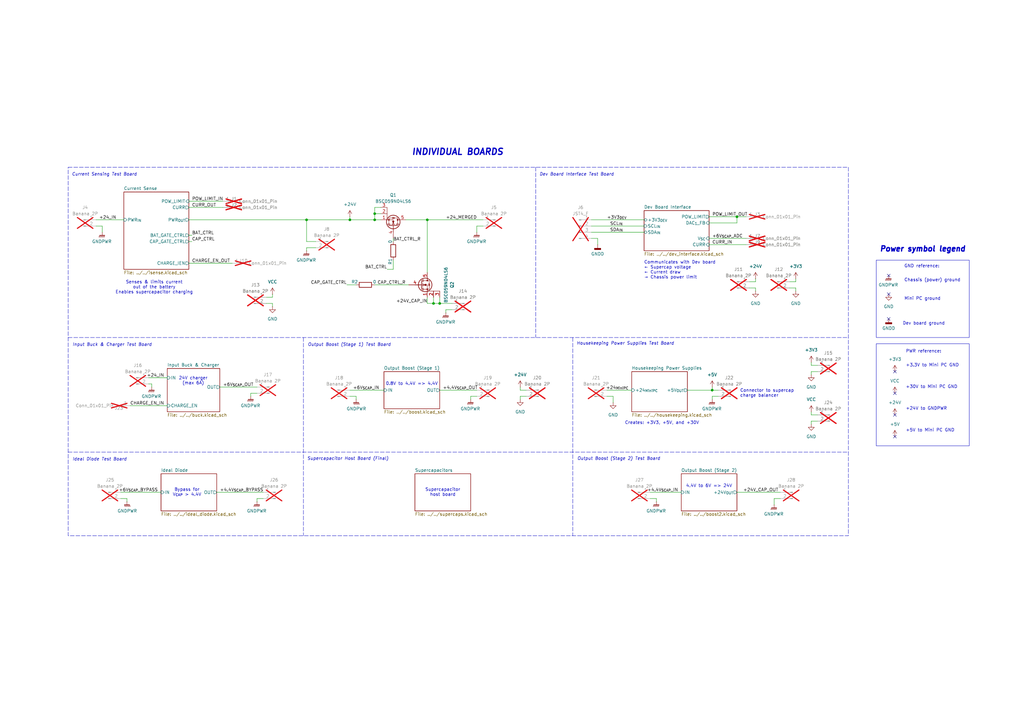
<source format=kicad_sch>
(kicad_sch (version 20250114) (generator "eeschema") (generator_version "9.0")
  (paper "A3")
  (title_block (title "Supercapacitor Test Boards") (date "2025-05-23") (rev "1B") (company "Robomaster"))
  (lib_symbols
    (symbol "Connector:Conn_01x01_Pin" (pin_names (offset 1.016) (hide yes))
      (property "Reference" "J" (at 0 2.54 0))
      (property "Value" "Conn_01x01_Pin" (at 0 -2.54 0))
      (symbol "Conn_01x01_Pin_1_1"
        (rectangle (start 0.8636 0.127) (end 0 -0.127) (stroke (width 0.1524)) (fill (type outline)))
        (polyline (pts (xy 1.27 0) (xy 0.8636 0)) (stroke (width 0.1524)))
        (pin passive line (at 5.08 0 180) (length 3.81) (name "Pin_1") (number "1"))
      )
    )
    (symbol "Connector:Conn_01x02_Pin" (pin_names (offset 1.016) (hide yes))
      (property "Reference" "J" (at 0 2.54 0))
      (property "Value" "Conn_01x02_Pin" (at 0 -5.08 0))
      (symbol "Conn_01x02_Pin_1_1"
        (rectangle (start 0.8636 0.127) (end 0 -0.127) (stroke (width 0.1524)) (fill (type outline)))
        (rectangle (start 0.8636 -2.413) (end 0 -2.667) (stroke (width 0.1524)) (fill (type outline)))
        (polyline (pts (xy 1.27 0) (xy 0.8636 0)) (stroke (width 0.1524)))
        (polyline (pts (xy 1.27 -2.54) (xy 0.8636 -2.54)) (stroke (width 0.1524)))
        (pin passive line (at 5.08 0 180) (length 3.81) (name "Pin_1") (number "1"))
        (pin passive line (at 5.08 -2.54 180) (length 3.81) (name "Pin_2") (number "2"))
      )
    )
    (symbol "Connector:Conn_01x04_Pin" (pin_names (offset 1.016) (hide yes))
      (property "Reference" "J" (at 0 5.08 0))
      (property "Value" "Conn_01x04_Pin" (at 0 -7.62 0))
      (symbol "Conn_01x04_Pin_1_1"
        (rectangle (start 0.8636 2.667) (end 0 2.413) (stroke (width 0.1524)) (fill (type outline)))
        (rectangle (start 0.8636 0.127) (end 0 -0.127) (stroke (width 0.1524)) (fill (type outline)))
        (rectangle (start 0.8636 -2.413) (end 0 -2.667) (stroke (width 0.1524)) (fill (type outline)))
        (rectangle (start 0.8636 -4.953) (end 0 -5.207) (stroke (width 0.1524)) (fill (type outline)))
        (polyline (pts (xy 1.27 2.54) (xy 0.8636 2.54)) (stroke (width 0.1524)))
        (polyline (pts (xy 1.27 0) (xy 0.8636 0)) (stroke (width 0.1524)))
        (polyline (pts (xy 1.27 -2.54) (xy 0.8636 -2.54)) (stroke (width 0.1524)))
        (polyline (pts (xy 1.27 -5.08) (xy 0.8636 -5.08)) (stroke (width 0.1524)))
        (pin passive line (at 5.08 2.54 180) (length 3.81) (name "Pin_1") (number "1"))
        (pin passive line (at 5.08 0 180) (length 3.81) (name "Pin_2") (number "2"))
        (pin passive line (at 5.08 -2.54 180) (length 3.81) (name "Pin_3") (number "3"))
        (pin passive line (at 5.08 -5.08 180) (length 3.81) (name "Pin_4") (number "4"))
      )
    )
    (symbol "Device:R" (pin_numbers (hide yes)) (pin_names (offset 0))
      (property "Reference" "R" (at 2.032 0 90))
      (property "Value" "R" (at 0 0 90))
      (symbol "R_0_1"
        (rectangle (start -1.016 -2.54) (end 1.016 2.54) (stroke (width 0.254)))
      )
      (symbol "R_1_1"
        (pin passive line (at 0 3.81 270) (length 1.27) (name "~") (number "1"))
        (pin passive line (at 0 -3.81 90) (length 1.27) (name "~") (number "2"))
      )
    )
    (symbol "Transistor_FET:Q_NMOS_SGD" (pin_names (offset 0) (hide yes))
      (property "Reference" "Q4" (at 6.35 1.2701 0))
      (property "Value" "BSC059N04LS6" (at 6.35 -1.2699 0))
      (symbol "Q_NMOS_SGD_0_1"
        (polyline (pts (xy 0.254 1.905) (xy 0.254 -1.905)) (stroke (width 0.254)))
        (polyline (pts (xy 0.254 0) (xy -2.54 0)))
        (polyline (pts (xy 0.762 2.286) (xy 0.762 1.27)) (stroke (width 0.254)))
        (polyline (pts (xy 0.762 0.508) (xy 0.762 -0.508)) (stroke (width 0.254)))
        (polyline (pts (xy 0.762 -1.27) (xy 0.762 -2.286)) (stroke (width 0.254)))
        (polyline (pts (xy 0.762 -1.778) (xy 3.302 -1.778) (xy 3.302 1.778) (xy 0.762 1.778)))
        (polyline (pts (xy 1.016 0) (xy 2.032 0.381) (xy 2.032 -0.381) (xy 1.016 0)) (fill (type outline)))
        (circle (center 1.651 0) (radius 2.794) (stroke (width 0.254)))
        (polyline (pts (xy 2.54 2.54) (xy 2.54 1.778)))
        (circle (center 2.54 1.778) (radius 0.254) (fill (type outline)))
        (circle (center 2.54 -1.778) (radius 0.254) (fill (type outline)))
        (polyline (pts (xy 2.54 -2.54) (xy 2.54 0) (xy 0.762 0)))
        (polyline (pts (xy 2.921 0.381) (xy 3.683 0.381)))
        (polyline (pts (xy 3.302 0.381) (xy 2.921 -0.254) (xy 3.683 -0.254) (xy 3.302 0.381)))
        (polyline (pts (xy 7.62 -2.54) (xy 2.54 -2.54)))
      )
      (symbol "Q_NMOS_SGD_1_1"
        (pin input line (at -5.08 0 0) (length 5.08) (name "G") (number "4"))
        (pin passive line (at 2.54 5.08 270) (length 2.54) (name "D") (number "5"))
        (pin passive line (at 2.54 -5.08 90) (length 2.54) (name "S") (number "1"))
        (pin passive line (at 5.08 -5.08 90) (length 2.54) (name "S") (number "2"))
        (pin passive line (at 7.62 -5.08 90) (length 2.54) (name "S") (number "3"))
      )
    )
    (symbol "power:+24V" (power) (pin_numbers (hide yes)) (pin_names (offset 0) (hide yes))
      (property "Value" "+24V" (at 0 3.556 0))
      (symbol "+24V_0_1"
        (polyline (pts (xy -0.762 1.27) (xy 0 2.54)))
        (polyline (pts (xy 0 2.54) (xy 0.762 1.27)))
        (polyline (pts (xy 0 0) (xy 0 2.54)))
      )
      (symbol "+24V_1_1"
        (pin power_in line (at 0 0 90) (length 0) (name "~") (number "1"))
      )
    )
    (symbol "power:+3V3" (power) (pin_numbers (hide yes)) (pin_names (offset 0) (hide yes))
      (property "Value" "+3V3" (at 0 3.556 0))
      (symbol "+3V3_0_1"
        (polyline (pts (xy -0.762 1.27) (xy 0 2.54)))
        (polyline (pts (xy 0 2.54) (xy 0.762 1.27)))
        (polyline (pts (xy 0 0) (xy 0 2.54)))
      )
      (symbol "+3V3_1_1"
        (pin power_in line (at 0 0 90) (length 0) (name "~") (number "1"))
      )
    )
    (symbol "power:+5V" (power) (pin_numbers (hide yes)) (pin_names (offset 0) (hide yes))
      (property "Value" "+5V" (at 0 3.556 0))
      (symbol "+5V_0_1"
        (polyline (pts (xy -0.762 1.27) (xy 0 2.54)))
        (polyline (pts (xy 0 2.54) (xy 0.762 1.27)))
        (polyline (pts (xy 0 0) (xy 0 2.54)))
      )
      (symbol "+5V_1_1"
        (pin power_in line (at 0 0 90) (length 0) (name "~") (number "1"))
      )
    )
    (symbol "power:GND" (power) (pin_numbers (hide yes)) (pin_names (offset 0) (hide yes))
      (property "Value" "GND" (at 0 -3.81 0))
      (symbol "GND_0_1"
        (polyline (pts (xy 0 0) (xy 0 -1.27) (xy 1.27 -1.27) (xy 0 -2.54) (xy -1.27 -1.27) (xy 0 -1.27)))
      )
      (symbol "GND_1_1"
        (pin power_in line (at 0 0 270) (length 0) (name "~") (number "1"))
      )
    )
    (symbol "power:GNDD" (power) (pin_numbers (hide yes)) (pin_names (offset 0) (hide yes))
      (property "Value" "GNDD" (at 0 -3.175 0))
      (symbol "GNDD_0_1"
        (rectangle (start -1.27 -1.524) (end 1.27 -2.032) (stroke (width 0.254)) (fill (type outline)))
        (polyline (pts (xy 0 0) (xy 0 -1.524)))
      )
      (symbol "GNDD_1_1"
        (pin power_in line (at 0 0 270) (length 0) (name "~") (number "1"))
      )
    )
    (symbol "power:GNDPWR" (power) (pin_numbers (hide yes)) (pin_names (offset 0) (hide yes))
      (property "Value" "GNDPWR" (at 0 -3.302 0))
      (symbol "GNDPWR_0_1"
        (polyline (pts (xy -1.016 -1.27) (xy -1.27 -2.032) (xy -1.27 -2.032)) (stroke (width 0.2032)))
        (polyline (pts (xy -0.508 -1.27) (xy -0.762 -2.032) (xy -0.762 -2.032)) (stroke (width 0.2032)))
        (polyline (pts (xy 0 -1.27) (xy 0 0)))
        (polyline (pts (xy 0 -1.27) (xy -0.254 -2.032) (xy -0.254 -2.032)) (stroke (width 0.2032)))
        (polyline (pts (xy 0.508 -1.27) (xy 0.254 -2.032) (xy 0.254 -2.032)) (stroke (width 0.2032)))
        (polyline (pts (xy 1.016 -1.27) (xy -1.016 -1.27) (xy -1.016 -1.27)) (stroke (width 0.2032)))
        (polyline (pts (xy 1.016 -1.27) (xy 0.762 -2.032) (xy 0.762 -2.032) (xy 0.762 -2.032)) (stroke (width 0.2032)))
      )
      (symbol "GNDPWR_1_1"
        (pin power_in line (at 0 0 270) (length 0) (name "~") (number "1"))
      )
    )
    (symbol "power:VCC" (power) (pin_numbers (hide yes)) (pin_names (offset 0) (hide yes))
      (property "Value" "VCC" (at 0 3.556 0))
      (symbol "VCC_0_1"
        (polyline (pts (xy -0.762 1.27) (xy 0 2.54)))
        (polyline (pts (xy 0 2.54) (xy 0.762 1.27)))
        (polyline (pts (xy 0 0) (xy 0 2.54)))
      )
      (symbol "VCC_1_1"
        (pin power_in line (at 0 0 90) (length 0) (name "~") (number "1"))
      )
    )
  )
  (rectangle (start 359.41 106.68) (end 397.51 138.43))
  (rectangle (start 359.41 140.97) (end 397.51 182.88))
  (rectangle (start 27.94 68.58) (end 347.98 219.71) (stroke (width 0) (type dash)))
  (text "Supercapacitor Host Board (Final)" (at 125.984 187.452 0) (effects (font (size 1.27 1.27) (italic yes)) (justify left top)))
  (text "4.4V to 6V => 24V" (at 290.83 198.628 0) (effects (font (size 1.27 1.27)) (justify top)))
  (text "Ideal Diode Test Board" (at 29.718 187.706 0) (effects (font (size 1.27 1.27) (italic yes)) (justify left top)))
  (text "+5V to Mini PC GND" (at 371.475 176.53 0) (effects (font (size 1.27 1.27)) (justify left)))
  (text "Chassis (power) ground" (at 370.84 114.935 0) (effects (font (size 1.27 1.27)) (justify left)))
  (text "+30V to Mini PC GND" (at 371.475 158.75 0) (effects (font (size 1.27 1.27)) (justify left)))
  (text "+3.3V to Mini PC GND" (at 371.475 149.86 0) (effects (font (size 1.27 1.27)) (justify left)))
  (text "Mini PC ground" (at 370.84 122.555 0) (effects (font (size 1.27 1.27)) (justify left)))
  (text "Dev board ground" (at 370.205 132.715 0) (effects (font (size 1.27 1.27)) (justify left)))
  (text "Current Sensing Test Board" (at 29.464 70.866 0) (effects (font (size 1.27 1.27) (italic yes)) (justify left top)))
  (text "GND reference:" (at 370.84 109.22 0) (effects (font (size 1.27 1.27)) (justify left)))
  (text "Output Boost (Stage 1) Test Board" (at 126.238 140.716 0) (effects (font (size 1.27 1.27) (italic yes)) (justify left top)))
  (text "Creates: +3V3, +5V, and +30V" (at 271.526 173.482 0) (effects (font (size 1.27 1.27))))
  (text "Input Buck & Charger Test Board" (at 29.718 140.716 0) (effects (font (size 1.27 1.27) (italic yes)) (justify left top)))
  (text "Senses & limits current\nout of the battery\nEnables supercapacitor charging" (at 63.246 115.062 0) (effects (font (size 1.27 1.27)) (justify top)))
  (text "Bypass for\nV_{CAP} > 4.4V" (at 76.708 201.93 0) (effects (font (size 1.27 1.27))))
  (text "Communicates with Dev board\n← Supercap voltage\n← Current draw\n→ Chassis power limit " (at 264.16 110.744 0) (effects (font (size 1.27 1.27)) (justify left)))
  (text "Housekeeping Power Supplies Test Board" (at 236.474 140.208 0) (effects (font (size 1.27 1.27) (italic yes)) (justify left top)))
  (text "INDIVIDUAL BOARDS" (at 187.706 60.96 0) (effects (font (size 2.54 2.54) (thickness 0.508) (bold yes) (italic yes)) (justify top)))
  (text "Dev Board Interface Test Board" (at 221.234 70.866 0) (effects (font (size 1.27 1.27) (italic yes)) (justify left top)))
  (text "Supercapacitor\nhost board" (at 181.61 201.93 0) (effects (font (size 1.27 1.27))))
  (text "0.8V to 4.4V => 4.4V" (at 168.91 156.718 0) (effects (font (size 1.27 1.27)) (justify top)))
  (text "Power symbol legend" (at 378.46 103.505 0) (effects (font (size 2.159 2.159) (thickness 0.508) (bold yes) (italic yes)) (justify bottom)))
  (text "+24V to GNDPWR" (at 371.475 167.64 0) (effects (font (size 1.27 1.27)) (justify left)))
  (text "24V charger\n(max 6A)" (at 79.248 154.432 0) (effects (font (size 1.27 1.27)) (justify top)))
  (text "Output Boost (Stage 2) Test Board" (at 236.728 187.452 0) (effects (font (size 1.27 1.27) (italic yes)) (justify left top)))
  (text "PWR reference:" (at 371.475 144.145 0) (effects (font (size 1.27 1.27)) (justify left)))
  (text "Connector to supercap\ncharge balancer" (at 303.53 161.29 0) (effects (font (size 1.27 1.27)) (justify left)))
  (junction (at 125.73 90.17))
  (junction (at 180.34 124.46))
  (junction (at 302.26 88.9))
  (junction (at 143.51 90.17))
  (junction (at 175.26 90.17))
  (junction (at 177.8 124.46))
  (junction (at 153.67 90.17))
  (junction (at 153.67 87.63))
  (junction (at 292.1 160.02))
  (no_connect (at 364.49 120.65))
  (no_connect (at 367.03 170.18))
  (no_connect (at 364.49 113.03))
  (no_connect (at 367.03 179.07))
  (no_connect (at 367.03 161.29))
  (no_connect (at 367.03 152.4))
  (no_connect (at 364.49 130.81))
  (wire (pts (xy 290.83 88.9) (xy 302.26 88.9)))
  (wire (pts (xy 332.74 168.91) (xy 332.74 170.18)))
  (wire (pts (xy 62.23 157.48) (xy 62.23 158.75)))
  (wire (pts (xy 242.57 90.17) (xy 264.16 90.17)))
  (wire (pts (xy 49.53 201.93) (xy 66.04 201.93)))
  (wire (pts (xy 323.85 118.11) (xy 326.39 118.11)))
  (wire (pts (xy 109.22 124.46) (xy 111.76 124.46)))
  (wire (pts (xy 52.07 204.47) (xy 52.07 205.74)))
  (wire (pts (xy 332.74 172.72) (xy 332.74 173.99)))
  (wire (pts (xy 90.17 158.75) (xy 105.41 158.75)))
  (wire (pts (xy 88.9 201.93) (xy 107.95 201.93)))
  (wire (pts (xy 332.74 152.4) (xy 332.74 153.67)))
  (wire (pts (xy 292.1 162.56) (xy 294.64 162.56)))
  (wire (pts (xy 77.47 90.17) (xy 125.73 90.17)))
  (wire (pts (xy 195.58 95.25) (xy 195.58 92.71)))
  (wire (pts (xy 326.39 114.3) (xy 326.39 115.57)))
  (wire (pts (xy 292.1 158.75) (xy 292.1 160.02)))
  (wire (pts (xy 161.29 97.79) (xy 161.29 99.06)))
  (wire (pts (xy 242.57 92.71) (xy 264.16 92.71)))
  (wire (pts (xy 105.41 161.29) (xy 102.87 161.29)))
  (wire (pts (xy 77.47 99.06) (xy 78.74 99.06)))
  (wire (pts (xy 326.39 115.57) (xy 323.85 115.57)))
  (wire (pts (xy 306.07 100.33) (xy 290.83 100.33)))
  (wire (pts (xy 245.11 100.33) (xy 245.11 97.79)))
  (wire (pts (xy 185.42 127) (xy 182.88 127)))
  (wire (pts (xy 332.74 149.86) (xy 335.28 149.86)))
  (wire (pts (xy 60.96 157.48) (xy 62.23 157.48)))
  (wire (pts (xy 245.11 97.79) (xy 242.57 97.79)))
  (wire (pts (xy 309.88 118.11) (xy 309.88 119.38)))
  (wire (pts (xy 290.83 91.44) (xy 302.26 91.44)))
  (wire (pts (xy 143.51 90.17) (xy 125.73 90.17)))
  (wire (pts (xy 302.26 88.9) (xy 302.26 91.44)))
  (wire (pts (xy 77.47 96.52) (xy 78.74 96.52)))
  (wire (pts (xy 111.76 121.92) (xy 109.22 121.92)))
  (wire (pts (xy 281.94 160.02) (xy 292.1 160.02)))
  (wire (pts (xy 180.34 160.02) (xy 195.58 160.02)))
  (wire (pts (xy 290.83 97.79) (xy 306.07 97.79)))
  (wire (pts (xy 326.39 118.11) (xy 326.39 119.38)))
  (wire (pts (xy 143.51 160.02) (xy 157.48 160.02)))
  (polyline (pts (xy 124.46 138.43) (xy 124.46 219.71)) (stroke (width 0) (type dash)))
  (wire (pts (xy 77.47 107.95) (xy 95.25 107.95)))
  (wire (pts (xy 213.36 162.56) (xy 213.36 163.83)))
  (wire (pts (xy 77.47 82.55) (xy 91.44 82.55)))
  (wire (pts (xy 182.88 127) (xy 182.88 128.27)))
  (wire (pts (xy 251.46 165.1) (xy 251.46 162.56)))
  (wire (pts (xy 156.21 87.63) (xy 153.67 87.63)))
  (wire (pts (xy 105.41 204.47) (xy 105.41 205.74)))
  (wire (pts (xy 129.54 99.06) (xy 125.73 99.06)))
  (wire (pts (xy 125.73 101.6) (xy 125.73 102.87)))
  (wire (pts (xy 335.28 152.4) (xy 332.74 152.4)))
  (wire (pts (xy 146.05 162.56) (xy 146.05 163.83)))
  (wire (pts (xy 158.75 110.49) (xy 161.29 110.49)))
  (wire (pts (xy 143.51 162.56) (xy 146.05 162.56)))
  (wire (pts (xy 39.37 90.17) (xy 50.8 90.17)))
  (polyline (pts (xy 234.95 138.43) (xy 234.95 219.71)) (stroke (width 0) (type dash)))
  (wire (pts (xy 175.26 90.17) (xy 198.12 90.17)))
  (polyline (pts (xy 27.94 185.42) (xy 347.98 185.42)) (stroke (width 0) (type dash)))
  (wire (pts (xy 309.88 115.57) (xy 307.34 115.57)))
  (wire (pts (xy 317.5 204.47) (xy 317.5 207.01)))
  (wire (pts (xy 335.28 172.72) (xy 332.74 172.72)))
  (polyline (pts (xy 27.94 138.43) (xy 347.98 138.43)) (stroke (width 0) (type dash)))
  (wire (pts (xy 332.74 170.18) (xy 335.28 170.18)))
  (wire (pts (xy 309.88 114.3) (xy 309.88 115.57)))
  (wire (pts (xy 125.73 99.06) (xy 125.73 90.17)))
  (wire (pts (xy 166.37 90.17) (xy 175.26 90.17)))
  (wire (pts (xy 77.47 85.09) (xy 91.44 85.09)))
  (wire (pts (xy 213.36 160.02) (xy 215.9 160.02)))
  (wire (pts (xy 180.34 124.46) (xy 185.42 124.46)))
  (wire (pts (xy 177.8 121.92) (xy 177.8 124.46)))
  (wire (pts (xy 269.24 204.47) (xy 269.24 205.74)))
  (wire (pts (xy 142.24 116.84) (xy 146.05 116.84)))
  (wire (pts (xy 153.67 85.09) (xy 153.67 87.63)))
  (wire (pts (xy 39.37 92.71) (xy 41.91 92.71)))
  (wire (pts (xy 153.67 90.17) (xy 156.21 90.17)))
  (wire (pts (xy 102.87 161.29) (xy 102.87 162.56)))
  (wire (pts (xy 107.95 204.47) (xy 105.41 204.47)))
  (wire (pts (xy 177.8 124.46) (xy 175.26 124.46)))
  (wire (pts (xy 175.26 111.76) (xy 175.26 90.17)))
  (wire (pts (xy 266.7 201.93) (xy 279.4 201.93)))
  (wire (pts (xy 143.51 90.17) (xy 153.67 90.17)))
  (wire (pts (xy 177.8 124.46) (xy 180.34 124.46)))
  (wire (pts (xy 60.96 154.94) (xy 68.58 154.94)))
  (wire (pts (xy 193.04 162.56) (xy 193.04 163.83)))
  (wire (pts (xy 302.26 201.93) (xy 320.04 201.93)))
  (wire (pts (xy 143.51 88.9) (xy 143.51 90.17)))
  (wire (pts (xy 213.36 158.75) (xy 213.36 160.02)))
  (wire (pts (xy 266.7 204.47) (xy 269.24 204.47)))
  (wire (pts (xy 41.91 92.71) (xy 41.91 95.25)))
  (wire (pts (xy 302.26 88.9) (xy 306.07 88.9)))
  (wire (pts (xy 292.1 163.83) (xy 292.1 162.56)))
  (wire (pts (xy 292.1 160.02) (xy 294.64 160.02)))
  (wire (pts (xy 49.53 204.47) (xy 52.07 204.47)))
  (wire (pts (xy 111.76 120.65) (xy 111.76 121.92)))
  (wire (pts (xy 320.04 204.47) (xy 317.5 204.47)))
  (wire (pts (xy 111.76 124.46) (xy 111.76 125.73)))
  (wire (pts (xy 248.92 160.02) (xy 259.08 160.02)))
  (wire (pts (xy 251.46 162.56) (xy 248.92 162.56)))
  (wire (pts (xy 332.74 148.59) (xy 332.74 149.86)))
  (wire (pts (xy 153.67 116.84) (xy 167.64 116.84)))
  (wire (pts (xy 195.58 92.71) (xy 198.12 92.71)))
  (wire (pts (xy 53.34 166.37) (xy 68.58 166.37)))
  (wire (pts (xy 161.29 110.49) (xy 161.29 106.68)))
  (wire (pts (xy 307.34 118.11) (xy 309.88 118.11)))
  (wire (pts (xy 180.34 121.92) (xy 180.34 124.46)))
  (wire (pts (xy 175.26 121.92) (xy 175.26 124.46)))
  (wire (pts (xy 195.58 162.56) (xy 193.04 162.56)))
  (wire (pts (xy 156.21 85.09) (xy 153.67 85.09)))
  (wire (pts (xy 129.54 101.6) (xy 125.73 101.6)))
  (wire (pts (xy 242.57 95.25) (xy 264.16 95.25)))
  (wire (pts (xy 215.9 162.56) (xy 213.36 162.56)))
  (polyline (pts (xy 219.71 68.58) (xy 219.71 138.43)) (stroke (width 0) (type dash)))
  (wire (pts (xy 153.67 87.63) (xy 153.67 90.17)))
  (label "+6V_{SCAP}_ADC" (at 292.1 97.79 0))
  (label "BAT_CTRL_R" (at 161.29 99.06 0))
  (label "CAP_CTRL" (at 78.74 99.06 0))
  (label "+4.4V_{SCAP}_IN" (at 278.13 201.93 180))
  (label "POW_LIMIT_OUT" (at 292.1 88.9 0) (effects (font (thickness 0.1588))))
  (label "CURR_IN" (at 292.1 100.33 0))
  (label "+6V_{SCAP}_OUT" (at 91.44 158.75 0))
  (label "CAP_CTRL_R" (at 166.37 116.84 180))
  (label "SDA_{IN}" (at 250.19 95.25 0))
  (label "SCL_{IN}" (at 250.19 92.71 0))
  (label "BAT_CTRL" (at 158.75 110.49 180))
  (label "+24_MERGED" (at 195.58 90.17 180))
  (label "CAP_GATE_CTRL" (at 142.24 116.84 180))
  (label "BAT_CTRL" (at 78.74 96.52 0))
  (label "+24V_CAP_OUT" (at 304.8 201.93 0))
  (label "+6V_{SCAP}_BYPASS" (at 64.77 201.93 180))
  (label "+24_{MiniPC}" (at 257.81 160.02 180))
  (label "+24_IN" (at 40.64 90.17 0))
  (label "+24V_CAP_IN" (at 175.26 124.46 180))
  (label "+4.4V_{SCAP}_OUT" (at 181.61 160.02 0))
  (label "CURR_OUT" (at 78.74 85.09 0))
  (label "POW_LIMIT_IN" (at 78.74 82.55 0))
  (label "+3V3_{DEV}" (at 248.92 90.17 0))
  (label "+24_IN" (at 67.31 154.94 180))
  (label "+6V_{SCAP}_IN" (at 155.5934 160.02 180))
  (label "CHARGE_EN_IN" (at 67.31 166.37 180))
  (label "CHARGE_EN_OUT" (at 78.74 107.95 0))
  (label "+4.4V_{SCAP}_BYPASS" (at 90.17 201.93 0))
  (symbol (lib_id "Connector:Conn_01x02_Pin") (at 299.72 160.02 0) (mirror y) (unit 1) (dnp yes)
    (property "Reference" "J22" (at 299.085 154.94 0))
    (property "Value" "Banana 2P" (at 299.085 157.48 0))
    (property "Footprint" "Connector:Banana_Jack_2Pin" (effects (hide yes)))
    (property "Description" "Generic connector, single row, 01x02, script generated" (effects (hide yes)))
  )
  (symbol (lib_id "power:GNDPWR") (at 41.91 95.25 0) (unit 1)
    (property "Reference" "#PWR02" (effects (hide yes)))
    (property "Value" "GNDPWR" (at 41.783 99.06 0))
    (property "Description" "Power symbol creates a global label with name \"GNDPWR\" , global ground" (effects (hide yes)))
  )
  (symbol (lib_id "power:GNDPWR") (at 102.87 162.56 0) (unit 1)
    (property "Reference" "#PWR023" (effects (hide yes)))
    (property "Value" "GNDPWR" (at 102.743 166.37 0))
    (property "Description" "Power symbol creates a global label with name \"GNDPWR\" , global ground" (effects (hide yes)))
  )
  (symbol (lib_id "Device:R") (at 149.86 116.84 90) (unit 1)
    (property "Reference" "R2" (at 146.812 116.332 90) (effects (justify left top)))
    (property "Value" "0" (at 152.908 116.332 90) (effects (justify right top)))
    (property "Footprint" "Resistor_SMD:R_0603_1608Metric_Pad0.98x0.95mm_HandSolder" (effects (hide yes)))
    (property "Description" "Resistor" (effects (hide yes)))
    (property "Mouser Part Number" "660-RK73Z1JTTDD" (effects (hide yes)))
  )
  (symbol (lib_id "power:GNDPWR") (at 62.23 158.75 0) (unit 1)
    (property "Reference" "#PWR019" (effects (hide yes)))
    (property "Value" "GNDPWR" (at 62.103 162.56 0))
    (property "Description" "Power symbol creates a global label with name \"GNDPWR\" , global ground" (effects (hide yes)))
  )
  (symbol (lib_id "power:GNDD") (at 364.49 130.81 0) (unit 1)
    (property "Reference" "#PWR015" (effects (hide yes)))
    (property "Value" "GNDD" (at 364.49 134.62 0))
    (property "Description" "Power symbol creates a global label with name \"GNDD\" , digital ground" (effects (hide yes)))
  )
  (symbol (lib_id "power:GNDPWR") (at 292.1 163.83 0) (unit 1)
    (property "Reference" "#PWR027" (effects (hide yes)))
    (property "Value" "GNDPWR" (at 291.973 167.64 0))
    (property "Description" "Power symbol creates a global label with name \"GNDPWR\" , global ground" (effects (hide yes)))
  )
  (symbol (lib_id "Transistor_FET:Q_NMOS_SGD") (at 161.29 92.71 270) (mirror x) (unit 1)
    (property "Reference" "Q1" (at 161.29 80.01 90))
    (property "Value" "BSC059N04LS6" (at 161.29 82.55 90))
    (property "Footprint" "Package_SON:Infineon_PG-TDSON-8_6.15x5.15mm" (effects (hide yes)))
    (property "Datasheet" "https://www.mouser.com/datasheet/2/196/Infineon_BSC059N04LS6_DataSheet_v02_01_EN-3360636.pdf" (effects (hide yes)))
    (property "Description" "N-MOSFET transistor, source/gate/drain" (effects (hide yes)))
    (property "Mouser Part Number" "726-BSC059N04LS6ATMA" (effects (hide yes)))
  )
  (symbol (lib_id "power:GNDD") (at 245.11 100.33 0) (unit 1)
    (property "Reference" "#PWR04" (effects (hide yes)))
    (property "Value" "GNDD" (at 245.11 104.14 0))
    (property "Description" "Power symbol creates a global label with name \"GNDD\" , digital ground" (effects (hide yes)))
  )
  (symbol (lib_id "Connector:Conn_01x02_Pin") (at 110.49 158.75 0) (mirror y) (unit 1) (dnp yes)
    (property "Reference" "J17" (at 109.855 153.67 0))
    (property "Value" "Banana 2P" (at 109.855 156.21 0))
    (property "Footprint" "Connector:Banana_Jack_2Pin" (effects (hide yes)))
    (property "Description" "Generic connector, single row, 01x02, script generated" (effects (hide yes)))
  )
  (symbol (lib_id "power:GND") (at 309.88 119.38 0) (mirror y) (unit 1)
    (property "Reference" "#PWR09" (effects (hide yes)))
    (property "Value" "GND" (at 309.88 124.46 0))
    (property "Description" "Power symbol creates a global label with name \"GND\" , ground" (effects (hide yes)))
  )
  (symbol (lib_id "power:+24V") (at 309.88 114.3 0) (mirror y) (unit 1)
    (property "Reference" "#PWR07" (effects (hide yes)))
    (property "Value" "+24V" (at 309.88 109.22 0))
    (property "Description" "Power symbol creates a global label with name \"+24V\"" (effects (hide yes)))
  )
  (symbol (lib_id "power:+3V3") (at 326.39 114.3 0) (mirror y) (unit 1)
    (property "Reference" "#PWR08" (effects (hide yes)))
    (property "Value" "+3V3" (at 326.39 109.22 0))
    (property "Description" "Power symbol creates a global label with name \"+3V3\"" (effects (hide yes)))
  )
  (symbol (lib_id "power:VCC") (at 111.76 120.65 0) (mirror y) (unit 1)
    (property "Reference" "#PWR011" (effects (hide yes)))
    (property "Value" "VCC" (at 111.76 115.57 0))
    (property "Description" "Power symbol creates a global label with name \"VCC\"" (effects (hide yes)))
  )
  (symbol (lib_id "Connector:Conn_01x02_Pin") (at 104.14 121.92 0) (unit 1) (dnp yes)
    (property "Reference" "J13" (at 104.775 116.84 0))
    (property "Value" "Banana 2P" (at 104.775 119.38 0))
    (property "Footprint" "Connector:Banana_Jack_2Pin" (effects (hide yes)))
    (property "Description" "Generic connector, single row, 01x02, script generated" (effects (hide yes)))
  )
  (symbol (lib_id "power:GNDPWR") (at 317.5 207.01 0) (unit 1)
    (property "Reference" "#PWR036" (effects (hide yes)))
    (property "Value" "GNDPWR" (at 317.373 210.82 0))
    (property "Description" "Power symbol creates a global label with name \"GNDPWR\" , global ground" (effects (hide yes)))
  )
  (symbol (lib_id "power:GND") (at 213.36 163.83 0) (unit 1)
    (property "Reference" "#PWR026" (effects (hide yes)))
    (property "Value" "GND" (at 213.36 168.91 0))
    (property "Description" "Power symbol creates a global label with name \"GND\" , ground" (effects (hide yes)))
  )
  (symbol (lib_id "power:+5V") (at 292.1 158.75 0) (unit 1)
    (property "Reference" "#PWR021" (effects (hide yes)))
    (property "Value" "+5V" (at 292.1 153.67 0))
    (property "Description" "Power symbol creates a global label with name \"+5V\"" (effects (hide yes)))
  )
  (symbol (lib_id "Connector:Conn_01x01_Pin") (at 100.33 107.95 0) (mirror y) (unit 1) (dnp yes)
    (property "Reference" "J10" (at 99.822 106.934 0))
    (property "Value" "Conn_01x01_Pin" (at 101.854 107.95 0) (effects (justify right)))
    (property "Footprint" "Connector_Wire:SolderWire-2.5sqmm_1x01_D2.4mm_OD3.6mm" (effects (hide yes)))
    (property "Description" "Generic connector, single row, 01x01, script generated" (effects (hide yes)))
  )
  (symbol (lib_id "power:GND") (at 251.46 165.1 0) (unit 1)
    (property "Reference" "#PWR028" (effects (hide yes)))
    (property "Value" "GND" (at 251.46 170.18 0))
    (property "Description" "Power symbol creates a global label with name \"GND\" , ground" (effects (hide yes)))
  )
  (symbol (lib_id "power:GNDPWR") (at 193.04 163.83 0) (unit 1)
    (property "Reference" "#PWR025" (effects (hide yes)))
    (property "Value" "GNDPWR" (at 192.913 167.64 0))
    (property "Description" "Power symbol creates a global label with name \"GNDPWR\" , global ground" (effects (hide yes)))
  )
  (symbol (lib_id "power:GND") (at 332.74 153.67 0) (unit 1)
    (property "Reference" "#PWR018" (effects (hide yes)))
    (property "Value" "GND" (at 332.74 158.75 0))
    (property "Description" "Power symbol creates a global label with name \"GND\" , ground" (effects (hide yes)))
  )
  (symbol (lib_id "Device:R") (at 161.29 102.87 180) (unit 1)
    (property "Reference" "R1" (at 160.782 105.918 90) (effects (justify left top)))
    (property "Value" "0" (at 160.782 99.822 90) (effects (justify right top)))
    (property "Footprint" "Resistor_SMD:R_0603_1608Metric_Pad0.98x0.95mm_HandSolder" (effects (hide yes)))
    (property "Description" "Resistor" (effects (hide yes)))
    (property "Mouser Part Number" "660-RK73Z1JTTDD" (effects (hide yes)))
  )
  (symbol (lib_id "Connector:Conn_01x02_Pin") (at 220.98 160.02 0) (mirror y) (unit 1) (dnp yes)
    (property "Reference" "J20" (at 220.345 154.94 0))
    (property "Value" "Banana 2P" (at 220.345 157.48 0))
    (property "Footprint" "Connector:Banana_Jack_2Pin" (effects (hide yes)))
    (property "Description" "Generic connector, single row, 01x02, script generated" (effects (hide yes)))
  )
  (symbol (lib_id "Connector:Conn_01x01_Pin") (at 311.15 88.9 0) (mirror y) (unit 1) (dnp yes)
    (property "Reference" "J3" (at 310.642 87.884 0))
    (property "Value" "Conn_01x01_Pin" (at 312.674 88.9 0) (effects (justify right)))
    (property "Footprint" "Connector_Wire:SolderWire-2.5sqmm_1x01_D2.4mm_OD3.6mm" (effects (hide yes)))
    (property "Description" "Generic connector, single row, 01x01, script generated" (effects (hide yes)))
  )
  (symbol (lib_id "Connector:Conn_01x02_Pin") (at 340.36 149.86 0) (mirror y) (unit 1) (dnp yes)
    (property "Reference" "J15" (at 339.725 144.78 0))
    (property "Value" "Banana 2P" (at 339.725 147.32 0))
    (property "Footprint" "Connector:Banana_Jack_2Pin" (effects (hide yes)))
    (property "Description" "Generic connector, single row, 01x02, script generated" (effects (hide yes)))
  )
  (symbol (lib_id "power:GND") (at 332.74 173.99 0) (unit 1)
    (property "Reference" "#PWR031" (effects (hide yes)))
    (property "Value" "GND" (at 332.74 179.07 0))
    (property "Description" "Power symbol creates a global label with name \"GND\" , ground" (effects (hide yes)))
  )
  (symbol (lib_id "power:+3V3") (at 367.03 152.4 0) (unit 1)
    (property "Reference" "#PWR017" (effects (hide yes)))
    (property "Value" "+3V3" (at 367.03 147.32 0))
    (property "Description" "Power symbol creates a global label with name \"+3V3\"" (effects (hide yes)))
  )
  (symbol (lib_id "power:GND") (at 111.76 125.73 0) (mirror y) (unit 1)
    (property "Reference" "#PWR013" (effects (hide yes)))
    (property "Value" "GND" (at 111.76 130.81 0))
    (property "Description" "Power symbol creates a global label with name \"GND\" , ground" (effects (hide yes)))
  )
  (symbol (lib_id "Connector:Conn_01x02_Pin") (at 340.36 170.18 0) (mirror y) (unit 1) (dnp yes)
    (property "Reference" "J24" (at 339.725 165.1 0))
    (property "Value" "Banana 2P" (at 339.725 167.64 0))
    (property "Footprint" "Connector:Banana_Jack_2Pin" (effects (hide yes)))
    (property "Description" "Generic connector, single row, 01x02, script generated" (effects (hide yes)))
  )
  (symbol (lib_id "power:VCC") (at 367.03 161.29 0) (unit 1)
    (property "Reference" "#PWR022" (effects (hide yes)))
    (property "Value" "VCC" (at 367.03 156.21 0))
    (property "Description" "Power symbol creates a global label with name \"VCC\"" (effects (hide yes)))
  )
  (symbol (lib_id "Connector:Conn_01x02_Pin") (at 138.43 160.02 0) (unit 1) (dnp yes)
    (property "Reference" "J18" (at 139.065 154.94 0))
    (property "Value" "Banana 2P" (at 139.065 157.48 0))
    (property "Footprint" "Connector:Banana_Jack_2Pin" (effects (hide yes)))
    (property "Description" "Generic connector, single row, 01x02, script generated" (effects (hide yes)))
  )
  (symbol (lib_id "power:GNDPWR") (at 195.58 95.25 0) (unit 1)
    (property "Reference" "#PWR03" (effects (hide yes)))
    (property "Value" "GNDPWR" (at 195.453 99.06 0))
    (property "Description" "Power symbol creates a global label with name \"GNDPWR\" , global ground" (effects (hide yes)))
  )
  (symbol (lib_id "power:GNDPWR") (at 105.41 205.74 0) (unit 1)
    (property "Reference" "#PWR034" (effects (hide yes)))
    (property "Value" "GNDPWR" (at 105.283 209.55 0))
    (property "Description" "Power symbol creates a global label with name \"GNDPWR\" , global ground" (effects (hide yes)))
  )
  (symbol (lib_id "Connector:Conn_01x02_Pin") (at 134.62 99.06 0) (mirror y) (unit 1) (dnp yes)
    (property "Reference" "J8" (at 133.985 93.98 0))
    (property "Value" "Banana 2P" (at 133.985 96.52 0))
    (property "Footprint" "Connector:Banana_Jack_2Pin" (effects (hide yes)))
    (property "Description" "Generic connector, single row, 01x02, script generated" (effects (hide yes)))
  )
  (symbol (lib_id "Connector:Conn_01x02_Pin") (at 318.77 115.57 0) (unit 1) (dnp yes)
    (property "Reference" "J12" (at 319.405 110.49 0))
    (property "Value" "Banana 2P" (at 319.405 113.03 0))
    (property "Footprint" "Connector:Banana_Jack_2Pin" (effects (hide yes)))
    (property "Description" "Generic connector, single row, 01x02, script generated" (effects (hide yes)))
  )
  (symbol (lib_id "Connector:Conn_01x01_Pin") (at 48.26 166.37 0) (mirror x) (unit 1) (dnp yes)
    (property "Reference" "J23" (at 48.768 167.386 0))
    (property "Value" "Conn_01x01_Pin" (at 46.736 166.37 0) (effects (justify right)))
    (property "Footprint" "Connector_Wire:SolderWire-2.5sqmm_1x01_D2.4mm_OD3.6mm" (effects (hide yes)))
    (property "Description" "Generic connector, single row, 01x01, script generated" (effects (hide yes)))
  )
  (symbol (lib_id "power:+24V") (at 143.51 88.9 0) (unit 1)
    (property "Reference" "#PWR01" (effects (hide yes)))
    (property "Value" "+24V" (at 143.51 83.82 0))
    (property "Description" "Power symbol creates a global label with name \"+24V\"" (effects (hide yes)))
  )
  (symbol (lib_id "Connector:Conn_01x02_Pin") (at 190.5 124.46 0) (mirror y) (unit 1) (dnp yes)
    (property "Reference" "J14" (at 189.865 119.38 0))
    (property "Value" "Banana 2P" (at 189.865 121.92 0))
    (property "Footprint" "Connector:Banana_Jack_2Pin" (effects (hide yes)))
    (property "Description" "Generic connector, single row, 01x02, script generated" (effects (hide yes)))
  )
  (symbol (lib_id "power:GNDPWR") (at 182.88 128.27 0) (unit 1)
    (property "Reference" "#PWR014" (effects (hide yes)))
    (property "Value" "GNDPWR" (at 182.753 132.08 0))
    (property "Description" "Power symbol creates a global label with name \"GNDPWR\" , global ground" (effects (hide yes)))
  )
  (symbol (lib_id "power:GNDPWR") (at 146.05 163.83 0) (mirror y) (unit 1)
    (property "Reference" "#PWR024" (effects (hide yes)))
    (property "Value" "GNDPWR" (at 146.177 167.64 0))
    (property "Description" "Power symbol creates a global label with name \"GNDPWR\" , global ground" (effects (hide yes)))
  )
  (symbol (lib_id "Connector:Conn_01x02_Pin") (at 243.84 160.02 0) (unit 1) (dnp yes)
    (property "Reference" "J21" (at 244.475 154.94 0))
    (property "Value" "Banana 2P" (at 244.475 157.48 0))
    (property "Footprint" "Connector:Banana_Jack_2Pin" (effects (hide yes)))
    (property "Description" "Generic connector, single row, 01x02, script generated" (effects (hide yes)))
  )
  (symbol (lib_id "Connector:Conn_01x02_Pin") (at 302.26 115.57 0) (unit 1) (dnp yes)
    (property "Reference" "J11" (at 302.895 110.49 0))
    (property "Value" "Banana 2P" (at 302.895 113.03 0))
    (property "Footprint" "Connector:Banana_Jack_2Pin" (effects (hide yes)))
    (property "Description" "Generic connector, single row, 01x02, script generated" (effects (hide yes)))
  )
  (symbol (lib_id "power:+24V") (at 213.36 158.75 0) (unit 1)
    (property "Reference" "#PWR020" (effects (hide yes)))
    (property "Value" "+24V" (at 213.36 153.67 0))
    (property "Description" "Power symbol creates a global label with name \"+24V\"" (effects (hide yes)))
  )
  (symbol (lib_id "Connector:Conn_01x02_Pin") (at 261.62 201.93 0) (unit 1) (dnp yes)
    (property "Reference" "J27" (at 262.255 196.85 0))
    (property "Value" "Banana 2P" (at 262.255 199.39 0))
    (property "Footprint" "Connector:Banana_Jack_2Pin" (effects (hide yes)))
    (property "Description" "Generic connector, single row, 01x02, script generated" (effects (hide yes)))
  )
  (symbol (lib_id "Connector:Conn_01x02_Pin") (at 113.03 201.93 0) (mirror y) (unit 1) (dnp yes)
    (property "Reference" "J26" (at 112.395 196.85 0))
    (property "Value" "Banana 2P" (at 112.395 199.39 0))
    (property "Footprint" "Connector:Banana_Jack_2Pin" (effects (hide yes)))
    (property "Description" "Generic connector, single row, 01x02, script generated" (effects (hide yes)))
  )
  (symbol (lib_id "Connector:Conn_01x02_Pin") (at 55.88 154.94 0) (unit 1) (dnp yes)
    (property "Reference" "J16" (at 56.515 149.86 0))
    (property "Value" "Banana 2P" (at 56.515 152.4 0))
    (property "Footprint" "Connector:Banana_Jack_2Pin" (effects (hide yes)))
    (property "Description" "Generic connector, single row, 01x02, script generated" (effects (hide yes)))
  )
  (symbol (lib_id "power:GNDPWR") (at 125.73 102.87 0) (unit 1)
    (property "Reference" "#PWR05" (effects (hide yes)))
    (property "Value" "GNDPWR" (at 125.603 106.68 0))
    (property "Description" "Power symbol creates a global label with name \"GNDPWR\" , global ground" (effects (hide yes)))
  )
  (symbol (lib_id "power:GNDPWR") (at 52.07 205.74 0) (mirror y) (unit 1)
    (property "Reference" "#PWR033" (effects (hide yes)))
    (property "Value" "GNDPWR" (at 52.197 209.55 0))
    (property "Description" "Power symbol creates a global label with name \"GNDPWR\" , global ground" (effects (hide yes)))
  )
  (symbol (lib_id "Connector:Conn_01x01_Pin") (at 311.15 97.79 0) (mirror y) (unit 1) (dnp yes)
    (property "Reference" "J7" (at 310.642 96.774 0))
    (property "Value" "Conn_01x01_Pin" (at 312.674 97.79 0) (effects (justify right)))
    (property "Footprint" "Connector_Wire:SolderWire-2.5sqmm_1x01_D2.4mm_OD3.6mm" (effects (hide yes)))
    (property "Description" "Generic connector, single row, 01x01, script generated" (effects (hide yes)))
  )
  (symbol (lib_id "power:GND") (at 326.39 119.38 0) (mirror y) (unit 1)
    (property "Reference" "#PWR010" (effects (hide yes)))
    (property "Value" "GND" (at 326.39 124.46 0))
    (property "Description" "Power symbol creates a global label with name \"GND\" , ground" (effects (hide yes)))
  )
  (symbol (lib_id "power:+24V") (at 367.03 170.18 0) (unit 1)
    (property "Reference" "#PWR030" (effects (hide yes)))
    (property "Value" "+24V" (at 367.03 165.1 0))
    (property "Description" "Power symbol creates a global label with name \"+24V\"" (effects (hide yes)))
  )
  (symbol (lib_id "Connector:Conn_01x02_Pin") (at 34.29 90.17 0) (unit 1) (dnp yes)
    (property "Reference" "J4" (at 34.925 85.09 0))
    (property "Value" "Banana 2P" (at 34.925 87.63 0))
    (property "Footprint" "Connector:Banana_Jack_2Pin" (effects (hide yes)))
    (property "Description" "Generic connector, single row, 01x02, script generated" (effects (hide yes)))
  )
  (symbol (lib_id "Transistor_FET:Q_NMOS_SGD") (at 172.72 116.84 0) (unit 1)
    (property "Reference" "Q2" (at 185.42 116.84 90))
    (property "Value" "BSC059N04LS6" (at 182.88 116.84 90))
    (property "Footprint" "Package_SON:Infineon_PG-TDSON-8_6.15x5.15mm" (effects (hide yes)))
    (property "Datasheet" "https://www.mouser.com/datasheet/2/196/Infineon_BSC059N04LS6_DataSheet_v02_01_EN-3360636.pdf" (effects (hide yes)))
    (property "Description" "N-MOSFET transistor, source/gate/drain" (effects (hide yes)))
    (property "Mouser Part Number" "726-BSC059N04LS6ATMA" (effects (hide yes)))
  )
  (symbol (lib_id "Connector:Conn_01x01_Pin") (at 96.52 85.09 0) (mirror y) (unit 1) (dnp yes)
    (property "Reference" "J2" (at 96.012 84.074 0))
    (property "Value" "Conn_01x01_Pin" (at 98.044 85.09 0) (effects (justify right)))
    (property "Footprint" "Connector_Wire:SolderWire-2.5sqmm_1x01_D2.4mm_OD3.6mm" (effects (hide yes)))
    (property "Description" "Generic connector, single row, 01x01, script generated" (effects (hide yes)))
  )
  (symbol (lib_id "power:+3V3") (at 332.74 148.59 0) (unit 1)
    (property "Reference" "#PWR016" (effects (hide yes)))
    (property "Value" "+3V3" (at 332.74 143.51 0))
    (property "Description" "Power symbol creates a global label with name \"+3V3\"" (effects (hide yes)))
  )
  (symbol (lib_id "power:VCC") (at 332.74 168.91 0) (unit 1)
    (property "Reference" "#PWR029" (effects (hide yes)))
    (property "Value" "VCC" (at 332.74 163.83 0))
    (property "Description" "Power symbol creates a global label with name \"VCC\"" (effects (hide yes)))
  )
  (symbol (lib_id "Connector:Conn_01x01_Pin") (at 311.15 100.33 0) (mirror y) (unit 1) (dnp yes)
    (property "Reference" "J9" (at 310.642 99.314 0))
    (property "Value" "Conn_01x01_Pin" (at 312.674 100.33 0) (effects (justify right)))
    (property "Footprint" "Connector_Wire:SolderWire-2.5sqmm_1x01_D2.4mm_OD3.6mm" (effects (hide yes)))
    (property "Description" "Generic connector, single row, 01x01, script generated" (effects (hide yes)))
  )
  (symbol (lib_id "Connector:Conn_01x04_Pin") (at 237.49 92.71 0) (unit 1) (dnp yes)
    (property "Reference" "J6" (at 238.125 85.09 0))
    (property "Value" "JST4_F" (at 238.125 87.63 0))
    (property "Footprint" "Connector_JST:JST_GH_BM04B-GHS-TBT_1x04-1MP_P1.25mm_Vertical" (effects (hide yes)))
    (property "Description" "Generic connector, single row, 01x04, script generated" (effects (hide yes)))
  )
  (symbol (lib_id "power:GNDPWR") (at 269.24 205.74 0) (unit 1)
    (property "Reference" "#PWR035" (effects (hide yes)))
    (property "Value" "GNDPWR" (at 269.113 209.55 0))
    (property "Description" "Power symbol creates a global label with name \"GNDPWR\" , global ground" (effects (hide yes)))
  )
  (symbol (lib_id "power:+5V") (at 367.03 179.07 0) (unit 1)
    (property "Reference" "#PWR032" (effects (hide yes)))
    (property "Value" "+5V" (at 367.03 173.99 0))
    (property "Description" "Power symbol creates a global label with name \"+5V\"" (effects (hide yes)))
  )
  (symbol (lib_id "Connector:Conn_01x02_Pin") (at 203.2 90.17 0) (mirror y) (unit 1) (dnp yes)
    (property "Reference" "J5" (at 202.565 85.09 0))
    (property "Value" "Banana 2P" (at 202.565 87.63 0))
    (property "Footprint" "Connector:Banana_Jack_2Pin" (effects (hide yes)))
    (property "Description" "Generic connector, single row, 01x02, script generated" (effects (hide yes)))
  )
  (symbol (lib_id "power:GND") (at 364.49 120.65 0) (unit 1)
    (property "Reference" "#PWR012" (effects (hide yes)))
    (property "Value" "GND" (at 364.49 125.73 0))
    (property "Description" "Power symbol creates a global label with name \"GND\" , ground" (effects (hide yes)))
  )
  (symbol (lib_id "Connector:Conn_01x01_Pin") (at 96.52 82.55 0) (mirror y) (unit 1) (dnp yes)
    (property "Reference" "J1" (at 96.012 81.534 0))
    (property "Value" "Conn_01x01_Pin" (at 98.044 82.55 0) (effects (justify right)))
    (property "Footprint" "Connector_Wire:SolderWire-2.5sqmm_1x01_D2.4mm_OD3.6mm" (effects (hide yes)))
    (property "Description" "Generic connector, single row, 01x01, script generated" (effects (hide yes)))
  )
  (symbol (lib_id "power:GNDPWR") (at 364.49 113.03 0) (unit 1)
    (property "Reference" "#PWR06" (effects (hide yes)))
    (property "Value" "GNDPWR" (at 364.363 116.84 0))
    (property "Description" "Power symbol creates a global label with name \"GNDPWR\" , global ground" (effects (hide yes)))
  )
  (symbol (lib_id "Connector:Conn_01x02_Pin") (at 325.12 201.93 0) (mirror y) (unit 1) (dnp yes)
    (property "Reference" "J28" (at 324.485 196.85 0))
    (property "Value" "Banana 2P" (at 324.485 199.39 0))
    (property "Footprint" "Connector:Banana_Jack_2Pin" (effects (hide yes)))
    (property "Description" "Generic connector, single row, 01x02, script generated" (effects (hide yes)))
  )
  (symbol (lib_id "Connector:Conn_01x02_Pin") (at 200.66 160.02 0) (mirror y) (unit 1) (dnp yes)
    (property "Reference" "J19" (at 200.025 154.94 0))
    (property "Value" "Banana 2P" (at 200.025 157.48 0))
    (property "Footprint" "Connector:Banana_Jack_2Pin" (effects (hide yes)))
    (property "Description" "Generic connector, single row, 01x02, script generated" (effects (hide yes)))
  )
  (symbol (lib_id "Connector:Conn_01x02_Pin") (at 44.45 201.93 0) (unit 1) (dnp yes)
    (property "Reference" "J25" (at 45.085 196.85 0))
    (property "Value" "Banana 2P" (at 45.085 199.39 0))
    (property "Footprint" "Connector:Banana_Jack_2Pin" (effects (hide yes)))
    (property "Description" "Generic connector, single row, 01x02, script generated" (effects (hide yes)))
  )
  (sheet (at 170.18 194.31) (size 22.86 15.24) (stroke (width 0.1524))
    (property "Sheetname" "Supercapacitors" (at 170.18 193.5984 0) (effects (justify left bottom)))
    (property "Sheetfile" "../../supercaps.kicad_sch" (at 170.18 210.1346 0) (effects (justify left top)))
  )
  (sheet (at 259.08 152.4) (size 22.86 16.51) (stroke (width 0.1524))
    (property "Sheetname" "Housekeeping Power Supplies" (at 259.08 151.6884 0) (effects (justify left bottom)))
    (property "Sheetfile" "../../housekeeping.kicad_sch" (at 259.08 169.4946 0) (effects (justify left top)))
    (pin "+24_{MiniPC}" input (at 259.08 160.02 180))
    (pin "+5V_{OUT}" output (at 281.94 160.02 0))
  )
  (sheet (at 157.48 152.4) (size 22.86 15.24) (stroke (width 0.1524))
    (property "Sheetname" "Output Boost (Stage 1)" (at 157.48 151.6884 0) (effects (justify left bottom)))
    (property "Sheetfile" "../../boost.kicad_sch" (at 157.48 168.2246 0) (effects (justify left top)))
    (pin "IN" input (at 157.48 160.02 180))
    (pin "OUT" output (at 180.34 160.02 0))
  )
  (sheet (at 50.8 78.74) (size 26.67 31.75) (stroke (width 0.1524))
    (property "Sheetname" "Current Sense" (at 50.8 78.0284 0) (effects (justify left bottom)))
    (property "Sheetfile" "../../isense.kicad_sch" (at 50.8 111.0746 0) (effects (justify left top)))
    (pin "PWR_{OUT}" output (at 77.47 90.17 0))
    (pin "PWR_{IN}" input (at 50.8 90.17 180))
    (pin "CURR" output (at 77.47 85.09 0))
    (pin "POW_LIMIT" input (at 77.47 82.55 0))
    (pin "CAP_GATE_CTRL" output (at 77.47 99.06 0))
    (pin "BAT_GATE_CTRL" output (at 77.47 96.52 0))
    (pin "CHARGE_IEN" output (at 77.47 107.95 0))
  )
  (sheet (at 68.58 151.13) (size 21.59 17.78) (stroke (width 0.1524))
    (property "Sheetname" "Input Buck & Charger" (at 68.58 150.4184 0) (effects (justify left bottom)))
    (property "Sheetfile" "../../buck.kicad_sch" (at 68.58 169.4946 0) (effects (justify left top)))
    (pin "IN" input (at 68.58 154.94 180))
    (pin "CHARGE_EN" input (at 68.58 166.37 180))
    (pin "OUT" output (at 90.17 158.75 0))
  )
  (sheet (at 66.04 194.31) (size 22.86 15.24) (stroke (width 0.1524))
    (property "Sheetname" "Ideal Diode" (at 66.04 193.5984 0) (effects (justify left bottom)))
    (property "Sheetfile" "../../ideal_diode.kicad_sch" (at 66.04 210.1346 0) (effects (justify left top)))
    (pin "OUT" output (at 88.9 201.93 0))
    (pin "IN" input (at 66.04 201.93 180))
  )
  (sheet (at 264.16 86.36) (size 26.67 16.51) (stroke (width 0.1524))
    (property "Sheetname" "Dev Board Interface" (at 264.16 85.6484 0) (effects (justify left bottom)))
    (property "Sheetfile" "../../dev_interface.kicad_sch" (at 264.16 103.4546 0) (effects (justify left top)))
    (pin "SCL_{IN}" input (at 264.16 92.71 180))
    (pin "+3V3_{DEV}" bidirectional (at 264.16 90.17 180))
    (pin "SDA_{IN}" bidirectional (at 264.16 95.25 180))
    (pin "POW_LIMIT" output (at 290.83 88.9 0))
    (pin "DAC_{1}_FB" input (at 290.83 91.44 0))
    (pin "CURR" input (at 290.83 100.33 0))
    (pin "V_{SC}" input (at 290.83 97.79 0))
  )
  (sheet (at 279.4 194.31) (size 22.86 15.24) (stroke (width 0.1524))
    (property "Sheetname" "Output Boost (Stage 2)" (at 279.4 193.5984 0) (effects (justify left bottom)))
    (property "Sheetfile" "../../boost2.kicad_sch" (at 279.4 210.1346 0) (effects (justify left top)))
    (pin "+24V_{OUT}" output (at 302.26 201.93 0))
    (pin "IN" input (at 279.4 201.93 180))
  )
)
</source>
